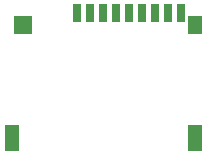
<source format=gbr>
%TF.GenerationSoftware,KiCad,Pcbnew,8.0.5*%
%TF.CreationDate,2024-10-07T01:51:17+09:00*%
%TF.ProjectId,fsk-energymeter,66736b2d-656e-4657-9267-796d65746572,v0.0.1*%
%TF.SameCoordinates,Original*%
%TF.FileFunction,Paste,Bot*%
%TF.FilePolarity,Positive*%
%FSLAX46Y46*%
G04 Gerber Fmt 4.6, Leading zero omitted, Abs format (unit mm)*
G04 Created by KiCad (PCBNEW 8.0.5) date 2024-10-07 01:51:17*
%MOMM*%
%LPD*%
G01*
G04 APERTURE LIST*
%ADD10R,0.700000X1.600000*%
%ADD11R,1.200000X1.500000*%
%ADD12R,1.200000X2.200000*%
%ADD13R,1.600000X1.500000*%
G04 APERTURE END LIST*
D10*
%TO.C,J3*%
X151500000Y-98000000D03*
X152600000Y-98000000D03*
X153700000Y-98000000D03*
X154800000Y-98000000D03*
X155900000Y-98000000D03*
X157000000Y-98000000D03*
X158100000Y-98000000D03*
X159200000Y-98000000D03*
X160300000Y-98000000D03*
D11*
X161500000Y-99000000D03*
D12*
X161500000Y-108600000D03*
X146000000Y-108600000D03*
D13*
X146900000Y-99000000D03*
%TD*%
M02*

</source>
